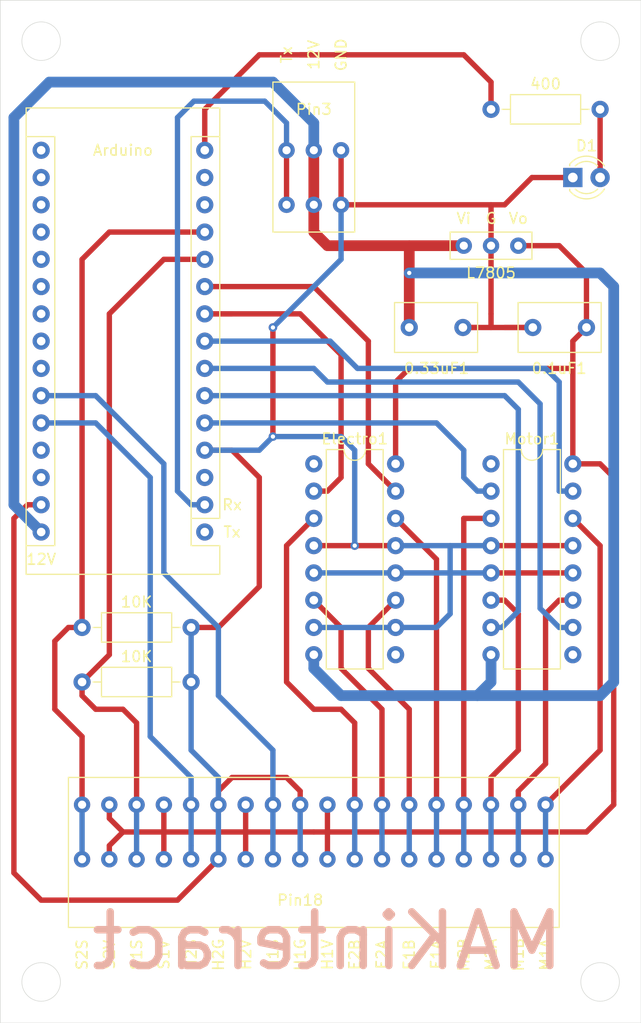
<source format=kicad_pcb>
(kicad_pcb (version 20171130) (host pcbnew "(5.1.2)-2")

  (general
    (thickness 1.6)
    (drawings 38)
    (tracks 240)
    (zones 0)
    (modules 12)
    (nets 44)
  )

  (page A4)
  (layers
    (0 F.Cu signal)
    (31 B.Cu signal)
    (32 B.Adhes user)
    (33 F.Adhes user)
    (34 B.Paste user)
    (35 F.Paste user)
    (36 B.SilkS user)
    (37 F.SilkS user)
    (38 B.Mask user)
    (39 F.Mask user)
    (40 Dwgs.User user)
    (41 Cmts.User user)
    (42 Eco1.User user)
    (43 Eco2.User user)
    (44 Edge.Cuts user)
    (45 Margin user)
    (46 B.CrtYd user)
    (47 F.CrtYd user)
    (48 B.Fab user)
    (49 F.Fab user)
  )

  (setup
    (last_trace_width 1)
    (user_trace_width 0.5)
    (user_trace_width 1)
    (trace_clearance 0.2)
    (zone_clearance 0.508)
    (zone_45_only no)
    (trace_min 0.2)
    (via_size 0.8)
    (via_drill 0.4)
    (via_min_size 0.4)
    (via_min_drill 0.3)
    (uvia_size 0.3)
    (uvia_drill 0.1)
    (uvias_allowed no)
    (uvia_min_size 0.2)
    (uvia_min_drill 0.1)
    (edge_width 0.05)
    (segment_width 0.2)
    (pcb_text_width 0.3)
    (pcb_text_size 1.5 1.5)
    (mod_edge_width 0.12)
    (mod_text_size 1 1)
    (mod_text_width 0.15)
    (pad_size 1.6 1.6)
    (pad_drill 0.8)
    (pad_to_mask_clearance 0.051)
    (solder_mask_min_width 0.25)
    (aux_axis_origin 0 0)
    (visible_elements 7FFFFFFF)
    (pcbplotparams
      (layerselection 0x030fc_ffffffff)
      (usegerberextensions false)
      (usegerberattributes false)
      (usegerberadvancedattributes false)
      (creategerberjobfile false)
      (excludeedgelayer true)
      (linewidth 0.100000)
      (plotframeref false)
      (viasonmask false)
      (mode 1)
      (useauxorigin false)
      (hpglpennumber 1)
      (hpglpenspeed 20)
      (hpglpendiameter 15.000000)
      (psnegative false)
      (psa4output false)
      (plotreference true)
      (plotvalue true)
      (plotinvisibletext false)
      (padsonsilk false)
      (subtractmaskfromsilk false)
      (outputformat 1)
      (mirror false)
      (drillshape 0)
      (scaleselection 1)
      (outputdirectory "output"))
  )

  (net 0 "")
  (net 1 GND)
  (net 2 +5V)
  (net 3 +12V)
  (net 4 "Net-(A1-Pad1)")
  (net 5 "Net-(A1-Pad17)")
  (net 6 Tx)
  (net 7 "Net-(A1-Pad18)")
  (net 8 "Net-(A1-Pad3)")
  (net 9 "Net-(A1-Pad19)")
  (net 10 "Net-(A1-Pad20)")
  (net 11 D2)
  (net 12 "Net-(A1-Pad21)")
  (net 13 D3)
  (net 14 "Net-(A1-Pad22)")
  (net 15 D4)
  (net 16 "Net-(A1-Pad23)")
  (net 17 D5)
  (net 18 "Net-(A1-Pad24)")
  (net 19 D6)
  (net 20 A6)
  (net 21 D7)
  (net 22 A7)
  (net 23 D8)
  (net 24 "Net-(A1-Pad27)")
  (net 25 D9)
  (net 26 "Net-(A1-Pad28)")
  (net 27 "Net-(A1-Pad13)")
  (net 28 "Net-(A1-Pad14)")
  (net 29 "Net-(A1-Pad15)")
  (net 30 "Net-(A1-Pad16)")
  (net 31 "Net-(D1-Pad2)")
  (net 32 "Net-(Electro1-Pad1)")
  (net 33 "Net-(Electro1-Pad9)")
  (net 34 E2B)
  (net 35 E1B)
  (net 36 E2A)
  (net 37 E1A)
  (net 38 M1A)
  (net 39 M2A)
  (net 40 M1B)
  (net 41 M2B)
  (net 42 "Net-(Motor1-Pad9)")
  (net 43 "Net-(Motor1-Pad1)")

  (net_class Default "This is the default net class."
    (clearance 0.2)
    (trace_width 0.25)
    (via_dia 0.8)
    (via_drill 0.4)
    (uvia_dia 0.3)
    (uvia_drill 0.1)
    (add_net +12V)
    (add_net +5V)
    (add_net A6)
    (add_net A7)
    (add_net D2)
    (add_net D3)
    (add_net D4)
    (add_net D5)
    (add_net D6)
    (add_net D7)
    (add_net D8)
    (add_net D9)
    (add_net E1A)
    (add_net E1B)
    (add_net E2A)
    (add_net E2B)
    (add_net GND)
    (add_net M1A)
    (add_net M1B)
    (add_net M2A)
    (add_net M2B)
    (add_net "Net-(A1-Pad1)")
    (add_net "Net-(A1-Pad13)")
    (add_net "Net-(A1-Pad14)")
    (add_net "Net-(A1-Pad15)")
    (add_net "Net-(A1-Pad16)")
    (add_net "Net-(A1-Pad17)")
    (add_net "Net-(A1-Pad18)")
    (add_net "Net-(A1-Pad19)")
    (add_net "Net-(A1-Pad20)")
    (add_net "Net-(A1-Pad21)")
    (add_net "Net-(A1-Pad22)")
    (add_net "Net-(A1-Pad23)")
    (add_net "Net-(A1-Pad24)")
    (add_net "Net-(A1-Pad27)")
    (add_net "Net-(A1-Pad28)")
    (add_net "Net-(A1-Pad3)")
    (add_net "Net-(D1-Pad2)")
    (add_net "Net-(Electro1-Pad1)")
    (add_net "Net-(Electro1-Pad9)")
    (add_net "Net-(Motor1-Pad1)")
    (add_net "Net-(Motor1-Pad9)")
    (add_net Tx)
  )

  (module Capacitor_THT:C_Disc_D7.5mm_W4.4mm_P5.00mm (layer F.Cu) (tedit 5AE50EF0) (tstamp 5E1C6435)
    (at 113.03 73.66 180)
    (descr "C, Disc series, Radial, pin pitch=5.00mm, , diameter*width=7.5*4.4mm^2, Capacitor")
    (tags "C Disc series Radial pin pitch 5.00mm  diameter 7.5mm width 4.4mm Capacitor")
    (path /5E19B91C)
    (fp_text reference 0.1uF1 (at 2.54 -3.81 180) (layer F.SilkS)
      (effects (font (size 1 1) (thickness 0.15)))
    )
    (fp_text value 0.1uF (at 2.5 3.45 180) (layer F.Fab)
      (effects (font (size 1 1) (thickness 0.15)))
    )
    (fp_text user %R (at 2.5 0 180) (layer F.Fab)
      (effects (font (size 1 1) (thickness 0.15)))
    )
    (fp_line (start 6.5 -2.45) (end -1.5 -2.45) (layer F.CrtYd) (width 0.05))
    (fp_line (start 6.5 2.45) (end 6.5 -2.45) (layer F.CrtYd) (width 0.05))
    (fp_line (start -1.5 2.45) (end 6.5 2.45) (layer F.CrtYd) (width 0.05))
    (fp_line (start -1.5 -2.45) (end -1.5 2.45) (layer F.CrtYd) (width 0.05))
    (fp_line (start 6.37 -2.321) (end 6.37 2.321) (layer F.SilkS) (width 0.12))
    (fp_line (start -1.37 -2.321) (end -1.37 2.321) (layer F.SilkS) (width 0.12))
    (fp_line (start -1.37 2.321) (end 6.37 2.321) (layer F.SilkS) (width 0.12))
    (fp_line (start -1.37 -2.321) (end 6.37 -2.321) (layer F.SilkS) (width 0.12))
    (fp_line (start 6.25 -2.2) (end -1.25 -2.2) (layer F.Fab) (width 0.1))
    (fp_line (start 6.25 2.2) (end 6.25 -2.2) (layer F.Fab) (width 0.1))
    (fp_line (start -1.25 2.2) (end 6.25 2.2) (layer F.Fab) (width 0.1))
    (fp_line (start -1.25 -2.2) (end -1.25 2.2) (layer F.Fab) (width 0.1))
    (pad 2 thru_hole circle (at 5 0 180) (size 1.6 1.6) (drill 0.8) (layers *.Cu *.Mask)
      (net 1 GND))
    (pad 1 thru_hole circle (at 0 0 180) (size 1.6 1.6) (drill 0.8) (layers *.Cu *.Mask)
      (net 2 +5V))
    (model ${KISYS3DMOD}/Capacitor_THT.3dshapes/C_Disc_D7.5mm_W4.4mm_P5.00mm.wrl
      (at (xyz 0 0 0))
      (scale (xyz 1 1 1))
      (rotate (xyz 0 0 0))
    )
  )

  (module Capacitor_THT:C_Disc_D7.5mm_W4.4mm_P5.00mm (layer F.Cu) (tedit 5AE50EF0) (tstamp 5E1C6448)
    (at 96.52 73.66)
    (descr "C, Disc series, Radial, pin pitch=5.00mm, , diameter*width=7.5*4.4mm^2, Capacitor")
    (tags "C Disc series Radial pin pitch 5.00mm  diameter 7.5mm width 4.4mm Capacitor")
    (path /5E19B17F)
    (fp_text reference 0.33uF1 (at 2.54 3.81) (layer F.SilkS)
      (effects (font (size 1 1) (thickness 0.15)))
    )
    (fp_text value 0.33uF (at 2.5 3.45) (layer F.Fab)
      (effects (font (size 1 1) (thickness 0.15)))
    )
    (fp_line (start -1.25 -2.2) (end -1.25 2.2) (layer F.Fab) (width 0.1))
    (fp_line (start -1.25 2.2) (end 6.25 2.2) (layer F.Fab) (width 0.1))
    (fp_line (start 6.25 2.2) (end 6.25 -2.2) (layer F.Fab) (width 0.1))
    (fp_line (start 6.25 -2.2) (end -1.25 -2.2) (layer F.Fab) (width 0.1))
    (fp_line (start -1.37 -2.321) (end 6.37 -2.321) (layer F.SilkS) (width 0.12))
    (fp_line (start -1.37 2.321) (end 6.37 2.321) (layer F.SilkS) (width 0.12))
    (fp_line (start -1.37 -2.321) (end -1.37 2.321) (layer F.SilkS) (width 0.12))
    (fp_line (start 6.37 -2.321) (end 6.37 2.321) (layer F.SilkS) (width 0.12))
    (fp_line (start -1.5 -2.45) (end -1.5 2.45) (layer F.CrtYd) (width 0.05))
    (fp_line (start -1.5 2.45) (end 6.5 2.45) (layer F.CrtYd) (width 0.05))
    (fp_line (start 6.5 2.45) (end 6.5 -2.45) (layer F.CrtYd) (width 0.05))
    (fp_line (start 6.5 -2.45) (end -1.5 -2.45) (layer F.CrtYd) (width 0.05))
    (fp_text user %R (at 2.5 0) (layer F.Fab)
      (effects (font (size 1 1) (thickness 0.15)))
    )
    (pad 1 thru_hole circle (at 0 0) (size 1.6 1.6) (drill 0.8) (layers *.Cu *.Mask)
      (net 3 +12V))
    (pad 2 thru_hole circle (at 5 0) (size 1.6 1.6) (drill 0.8) (layers *.Cu *.Mask)
      (net 1 GND))
    (model ${KISYS3DMOD}/Capacitor_THT.3dshapes/C_Disc_D7.5mm_W4.4mm_P5.00mm.wrl
      (at (xyz 0 0 0))
      (scale (xyz 1 1 1))
      (rotate (xyz 0 0 0))
    )
  )

  (module Module:Arduino_Nano (layer F.Cu) (tedit 5E1C34BB) (tstamp 5E1C6485)
    (at 77.47 92.71 180)
    (descr "Arduino Nano, http://www.mouser.com/pdfdocs/Gravitech_Arduino_Nano3_0.pdf")
    (tags "Arduino Nano")
    (path /5E1BF770)
    (fp_text reference Arduino (at 7.62 35.56 180) (layer F.SilkS)
      (effects (font (size 1 1) (thickness 0.15)))
    )
    (fp_text value Arduino_Nano_v3.x (at 8.89 19.05 270) (layer F.Fab)
      (effects (font (size 1 1) (thickness 0.15)))
    )
    (fp_text user %R (at 6.35 19.05 270) (layer F.Fab)
      (effects (font (size 1 1) (thickness 0.15)))
    )
    (fp_line (start 1.27 1.27) (end 1.27 -1.27) (layer F.SilkS) (width 0.12))
    (fp_line (start 1.27 -1.27) (end -1.4 -1.27) (layer F.SilkS) (width 0.12))
    (fp_line (start -1.4 1.27) (end -1.4 39.5) (layer F.SilkS) (width 0.12))
    (fp_line (start -1.4 -3.94) (end -1.4 -1.27) (layer F.SilkS) (width 0.12))
    (fp_line (start 13.97 -1.27) (end 16.64 -1.27) (layer F.SilkS) (width 0.12))
    (fp_line (start 13.97 -1.27) (end 13.97 36.83) (layer F.SilkS) (width 0.12))
    (fp_line (start 13.97 36.83) (end 16.64 36.83) (layer F.SilkS) (width 0.12))
    (fp_line (start 1.27 1.27) (end -1.4 1.27) (layer F.SilkS) (width 0.12))
    (fp_line (start 1.27 1.27) (end 1.27 36.83) (layer F.SilkS) (width 0.12))
    (fp_line (start 1.27 36.83) (end -1.4 36.83) (layer F.SilkS) (width 0.12))
    (fp_line (start 3.81 31.75) (end 11.43 31.75) (layer F.Fab) (width 0.1))
    (fp_line (start 11.43 31.75) (end 11.43 41.91) (layer F.Fab) (width 0.1))
    (fp_line (start 11.43 41.91) (end 3.81 41.91) (layer F.Fab) (width 0.1))
    (fp_line (start 3.81 41.91) (end 3.81 31.75) (layer F.Fab) (width 0.1))
    (fp_line (start -1.4 39.5) (end 16.64 39.5) (layer F.SilkS) (width 0.12))
    (fp_line (start 16.64 39.5) (end 16.64 -3.94) (layer F.SilkS) (width 0.12))
    (fp_line (start 16.64 -3.94) (end -1.4 -3.94) (layer F.SilkS) (width 0.12))
    (fp_line (start 16.51 39.37) (end -1.27 39.37) (layer F.Fab) (width 0.1))
    (fp_line (start -1.27 39.37) (end -1.27 -2.54) (layer F.Fab) (width 0.1))
    (fp_line (start -1.27 -2.54) (end 0 -3.81) (layer F.Fab) (width 0.1))
    (fp_line (start 0 -3.81) (end 16.51 -3.81) (layer F.Fab) (width 0.1))
    (fp_line (start 16.51 -3.81) (end 16.51 39.37) (layer F.Fab) (width 0.1))
    (fp_line (start -1.53 -4.06) (end 16.75 -4.06) (layer F.CrtYd) (width 0.05))
    (fp_line (start -1.53 -4.06) (end -1.53 42.16) (layer F.CrtYd) (width 0.05))
    (fp_line (start 16.75 42.16) (end 16.75 -4.06) (layer F.CrtYd) (width 0.05))
    (fp_line (start 16.75 42.16) (end -1.53 42.16) (layer F.CrtYd) (width 0.05))
    (pad 1 thru_hole circle (at 0 0 180) (size 1.6 1.6) (drill 0.8) (layers *.Cu *.Mask)
      (net 4 "Net-(A1-Pad1)"))
    (pad 17 thru_hole oval (at 15.24 33.02 180) (size 1.6 1.6) (drill 0.8) (layers *.Cu *.Mask)
      (net 5 "Net-(A1-Pad17)"))
    (pad 2 thru_hole oval (at 0 2.54 180) (size 1.6 1.6) (drill 0.8) (layers *.Cu *.Mask)
      (net 6 Tx))
    (pad 18 thru_hole oval (at 15.24 30.48 180) (size 1.6 1.6) (drill 0.8) (layers *.Cu *.Mask)
      (net 7 "Net-(A1-Pad18)"))
    (pad 3 thru_hole oval (at 0 5.08 180) (size 1.6 1.6) (drill 0.8) (layers *.Cu *.Mask)
      (net 8 "Net-(A1-Pad3)"))
    (pad 19 thru_hole oval (at 15.24 27.94 180) (size 1.6 1.6) (drill 0.8) (layers *.Cu *.Mask)
      (net 9 "Net-(A1-Pad19)"))
    (pad 4 thru_hole oval (at 0 7.62 180) (size 1.6 1.6) (drill 0.8) (layers *.Cu *.Mask)
      (net 1 GND))
    (pad 20 thru_hole oval (at 15.24 25.4 180) (size 1.6 1.6) (drill 0.8) (layers *.Cu *.Mask)
      (net 10 "Net-(A1-Pad20)"))
    (pad 5 thru_hole oval (at 0 10.16 180) (size 1.6 1.6) (drill 0.8) (layers *.Cu *.Mask)
      (net 11 D2))
    (pad 21 thru_hole oval (at 15.24 22.86 180) (size 1.6 1.6) (drill 0.8) (layers *.Cu *.Mask)
      (net 12 "Net-(A1-Pad21)"))
    (pad 6 thru_hole oval (at 0 12.7 180) (size 1.6 1.6) (drill 0.8) (layers *.Cu *.Mask)
      (net 13 D3))
    (pad 22 thru_hole oval (at 15.24 20.32 180) (size 1.6 1.6) (drill 0.8) (layers *.Cu *.Mask)
      (net 14 "Net-(A1-Pad22)"))
    (pad 7 thru_hole oval (at 0 15.24 180) (size 1.6 1.6) (drill 0.8) (layers *.Cu *.Mask)
      (net 15 D4))
    (pad 23 thru_hole oval (at 15.24 17.78 180) (size 1.6 1.6) (drill 0.8) (layers *.Cu *.Mask)
      (net 16 "Net-(A1-Pad23)"))
    (pad 8 thru_hole oval (at 0 17.78 180) (size 1.6 1.6) (drill 0.8) (layers *.Cu *.Mask)
      (net 17 D5))
    (pad 24 thru_hole oval (at 15.24 15.24 180) (size 1.6 1.6) (drill 0.8) (layers *.Cu *.Mask)
      (net 18 "Net-(A1-Pad24)"))
    (pad 9 thru_hole oval (at 0 20.32 180) (size 1.6 1.6) (drill 0.8) (layers *.Cu *.Mask)
      (net 19 D6))
    (pad 25 thru_hole oval (at 15.24 12.7 180) (size 1.6 1.6) (drill 0.8) (layers *.Cu *.Mask)
      (net 20 A6))
    (pad 10 thru_hole oval (at 0 22.86 180) (size 1.6 1.6) (drill 0.8) (layers *.Cu *.Mask)
      (net 21 D7))
    (pad 26 thru_hole oval (at 15.24 10.16 180) (size 1.6 1.6) (drill 0.8) (layers *.Cu *.Mask)
      (net 22 A7))
    (pad 11 thru_hole oval (at 0 25.4 180) (size 1.6 1.6) (drill 0.8) (layers *.Cu *.Mask)
      (net 23 D8))
    (pad 27 thru_hole oval (at 15.24 7.62 180) (size 1.6 1.6) (drill 0.8) (layers *.Cu *.Mask)
      (net 24 "Net-(A1-Pad27)"))
    (pad 12 thru_hole oval (at 0 27.94 180) (size 1.6 1.6) (drill 0.8) (layers *.Cu *.Mask)
      (net 25 D9))
    (pad 28 thru_hole oval (at 15.24 5.08 180) (size 1.6 1.6) (drill 0.8) (layers *.Cu *.Mask)
      (net 26 "Net-(A1-Pad28)"))
    (pad 13 thru_hole oval (at 0 30.48 180) (size 1.6 1.6) (drill 0.8) (layers *.Cu *.Mask)
      (net 27 "Net-(A1-Pad13)"))
    (pad 29 thru_hole oval (at 15.24 2.54 180) (size 1.6 1.6) (drill 0.8) (layers *.Cu *.Mask)
      (net 1 GND))
    (pad 14 thru_hole oval (at 0 33.02 180) (size 1.6 1.6) (drill 0.8) (layers *.Cu *.Mask)
      (net 28 "Net-(A1-Pad14)"))
    (pad 30 thru_hole oval (at 15.24 0 180) (size 1.6 1.6) (drill 0.8) (layers *.Cu *.Mask)
      (net 3 +12V))
    (pad 15 thru_hole oval (at 0 35.56 180) (size 1.6 1.6) (drill 0.8) (layers *.Cu *.Mask)
      (net 29 "Net-(A1-Pad15)"))
    (pad 16 thru_hole oval (at 15.24 35.56 180) (size 1.6 1.6) (drill 0.8) (layers *.Cu *.Mask)
      (net 30 "Net-(A1-Pad16)"))
    (model ${KISYS3DMOD}/Module.3dshapes/Arduino_Nano_WithMountingHoles.wrl
      (at (xyz 0 0 0))
      (scale (xyz 1 1 1))
      (rotate (xyz 0 0 0))
    )
  )

  (module LED_THT:LED_D3.0mm (layer F.Cu) (tedit 587A3A7B) (tstamp 5E1C6498)
    (at 111.76 59.69)
    (descr "LED, diameter 3.0mm, 2 pins")
    (tags "LED diameter 3.0mm 2 pins")
    (path /5E1FA36F)
    (fp_text reference D1 (at 1.27 -2.96) (layer F.SilkS)
      (effects (font (size 1 1) (thickness 0.15)))
    )
    (fp_text value LED (at 1.27 2.96) (layer F.Fab)
      (effects (font (size 1 1) (thickness 0.15)))
    )
    (fp_arc (start 1.27 0) (end -0.23 -1.16619) (angle 284.3) (layer F.Fab) (width 0.1))
    (fp_arc (start 1.27 0) (end -0.29 -1.235516) (angle 108.8) (layer F.SilkS) (width 0.12))
    (fp_arc (start 1.27 0) (end -0.29 1.235516) (angle -108.8) (layer F.SilkS) (width 0.12))
    (fp_arc (start 1.27 0) (end 0.229039 -1.08) (angle 87.9) (layer F.SilkS) (width 0.12))
    (fp_arc (start 1.27 0) (end 0.229039 1.08) (angle -87.9) (layer F.SilkS) (width 0.12))
    (fp_circle (center 1.27 0) (end 2.77 0) (layer F.Fab) (width 0.1))
    (fp_line (start -0.23 -1.16619) (end -0.23 1.16619) (layer F.Fab) (width 0.1))
    (fp_line (start -0.29 -1.236) (end -0.29 -1.08) (layer F.SilkS) (width 0.12))
    (fp_line (start -0.29 1.08) (end -0.29 1.236) (layer F.SilkS) (width 0.12))
    (fp_line (start -1.15 -2.25) (end -1.15 2.25) (layer F.CrtYd) (width 0.05))
    (fp_line (start -1.15 2.25) (end 3.7 2.25) (layer F.CrtYd) (width 0.05))
    (fp_line (start 3.7 2.25) (end 3.7 -2.25) (layer F.CrtYd) (width 0.05))
    (fp_line (start 3.7 -2.25) (end -1.15 -2.25) (layer F.CrtYd) (width 0.05))
    (pad 1 thru_hole rect (at 0 0) (size 1.8 1.8) (drill 0.9) (layers *.Cu *.Mask)
      (net 1 GND))
    (pad 2 thru_hole circle (at 2.54 0) (size 1.8 1.8) (drill 0.9) (layers *.Cu *.Mask)
      (net 31 "Net-(D1-Pad2)"))
    (model ${KISYS3DMOD}/LED_THT.3dshapes/LED_D3.0mm.wrl
      (at (xyz 0 0 0))
      (scale (xyz 1 1 1))
      (rotate (xyz 0 0 0))
    )
  )

  (module Package_DIP:DIP-16_W7.62mm (layer F.Cu) (tedit 5E1C34EC) (tstamp 5E1C64BC)
    (at 87.63 86.36)
    (descr "16-lead though-hole mounted DIP package, row spacing 7.62 mm (300 mils)")
    (tags "THT DIP DIL PDIP 2.54mm 7.62mm 300mil")
    (path /5E192E36)
    (fp_text reference Electro1 (at 3.81 -2.33 180) (layer F.SilkS)
      (effects (font (size 1 1) (thickness 0.15)))
    )
    (fp_text value L293D (at 3.81 20.11 180) (layer F.Fab)
      (effects (font (size 1 1) (thickness 0.15)))
    )
    (fp_arc (start 3.81 -1.33) (end 2.81 -1.33) (angle -180) (layer F.SilkS) (width 0.12))
    (fp_line (start 1.635 -1.27) (end 6.985 -1.27) (layer F.Fab) (width 0.1))
    (fp_line (start 6.985 -1.27) (end 6.985 19.05) (layer F.Fab) (width 0.1))
    (fp_line (start 6.985 19.05) (end 0.635 19.05) (layer F.Fab) (width 0.1))
    (fp_line (start 0.635 19.05) (end 0.635 -0.27) (layer F.Fab) (width 0.1))
    (fp_line (start 0.635 -0.27) (end 1.635 -1.27) (layer F.Fab) (width 0.1))
    (fp_line (start 2.81 -1.33) (end 1.16 -1.33) (layer F.SilkS) (width 0.12))
    (fp_line (start 1.16 -1.33) (end 1.16 19.11) (layer F.SilkS) (width 0.12))
    (fp_line (start 1.16 19.11) (end 6.46 19.11) (layer F.SilkS) (width 0.12))
    (fp_line (start 6.46 19.11) (end 6.46 -1.33) (layer F.SilkS) (width 0.12))
    (fp_line (start 6.46 -1.33) (end 4.81 -1.33) (layer F.SilkS) (width 0.12))
    (fp_line (start -1.1 -1.55) (end -1.1 19.3) (layer F.CrtYd) (width 0.05))
    (fp_line (start -1.1 19.3) (end 8.7 19.3) (layer F.CrtYd) (width 0.05))
    (fp_line (start 8.7 19.3) (end 8.7 -1.55) (layer F.CrtYd) (width 0.05))
    (fp_line (start 8.7 -1.55) (end -1.1 -1.55) (layer F.CrtYd) (width 0.05))
    (fp_text user %R (at 3.81 8.89 180) (layer F.Fab)
      (effects (font (size 1 1) (thickness 0.15)))
    )
    (pad 1 thru_hole circle (at 0 0) (size 1.6 1.6) (drill 0.8) (layers *.Cu *.Mask)
      (net 32 "Net-(Electro1-Pad1)"))
    (pad 9 thru_hole oval (at 7.62 17.78) (size 1.6 1.6) (drill 0.8) (layers *.Cu *.Mask)
      (net 33 "Net-(Electro1-Pad9)"))
    (pad 2 thru_hole oval (at 0 2.54) (size 1.6 1.6) (drill 0.8) (layers *.Cu *.Mask)
      (net 19 D6))
    (pad 10 thru_hole oval (at 7.62 15.24) (size 1.6 1.6) (drill 0.8) (layers *.Cu *.Mask)
      (net 1 GND))
    (pad 3 thru_hole oval (at 0 5.08) (size 1.6 1.6) (drill 0.8) (layers *.Cu *.Mask)
      (net 34 E2B))
    (pad 11 thru_hole oval (at 7.62 12.7) (size 1.6 1.6) (drill 0.8) (layers *.Cu *.Mask)
      (net 35 E1B))
    (pad 4 thru_hole oval (at 0 7.62) (size 1.6 1.6) (drill 0.8) (layers *.Cu *.Mask)
      (net 1 GND))
    (pad 12 thru_hole oval (at 7.62 10.16) (size 1.6 1.6) (drill 0.8) (layers *.Cu *.Mask)
      (net 1 GND))
    (pad 5 thru_hole oval (at 0 10.16) (size 1.6 1.6) (drill 0.8) (layers *.Cu *.Mask)
      (net 1 GND))
    (pad 13 thru_hole oval (at 7.62 7.62) (size 1.6 1.6) (drill 0.8) (layers *.Cu *.Mask)
      (net 1 GND))
    (pad 6 thru_hole oval (at 0 12.7) (size 1.6 1.6) (drill 0.8) (layers *.Cu *.Mask)
      (net 36 E2A))
    (pad 14 thru_hole oval (at 7.62 5.08) (size 1.6 1.6) (drill 0.8) (layers *.Cu *.Mask)
      (net 37 E1A))
    (pad 7 thru_hole oval (at 0 15.24) (size 1.6 1.6) (drill 0.8) (layers *.Cu *.Mask)
      (net 1 GND))
    (pad 15 thru_hole oval (at 7.62 2.54) (size 1.6 1.6) (drill 0.8) (layers *.Cu *.Mask)
      (net 21 D7))
    (pad 8 thru_hole oval (at 0 17.78) (size 1.6 1.6) (drill 0.8) (layers *.Cu *.Mask)
      (net 3 +12V))
    (pad 16 thru_hole oval (at 7.62 0) (size 1.6 1.6) (drill 0.8) (layers *.Cu *.Mask)
      (net 2 +5V))
    (model ${KISYS3DMOD}/Package_DIP.3dshapes/DIP-16_W7.62mm.wrl
      (at (xyz 0 0 0))
      (scale (xyz 1 1 1))
      (rotate (xyz 0 0 0))
    )
  )

  (module motorDriver_pcb:3pin_connector (layer F.Cu) (tedit 5E1C0F30) (tstamp 5E1C64CA)
    (at 87.63 62.23 180)
    (path /5E1AEFBB)
    (fp_text reference Pin3 (at 0 8.89) (layer F.SilkS)
      (effects (font (size 1 1) (thickness 0.15)))
    )
    (fp_text value Conn_01x03 (at 0 -5.08) (layer F.Fab)
      (effects (font (size 1 1) (thickness 0.15)))
    )
    (fp_line (start 3.81 -2.54) (end -3.81 -2.54) (layer F.SilkS) (width 0.12))
    (fp_line (start -3.81 -2.54) (end -3.81 11.43) (layer F.SilkS) (width 0.12))
    (fp_line (start -3.81 11.43) (end 3.81 11.43) (layer F.SilkS) (width 0.12))
    (fp_line (start 3.81 11.43) (end 3.81 -2.54) (layer F.SilkS) (width 0.12))
    (pad 1 thru_hole circle (at -2.54 0 180) (size 1.524 1.524) (drill 0.762) (layers *.Cu *.Mask)
      (net 1 GND))
    (pad 2 thru_hole circle (at 0 0 180) (size 1.524 1.524) (drill 0.762) (layers *.Cu *.Mask)
      (net 3 +12V))
    (pad 3 thru_hole circle (at 2.54 0 180) (size 1.524 1.524) (drill 0.762) (layers *.Cu *.Mask)
      (net 6 Tx))
    (pad 1 thru_hole circle (at -2.54 5.08 180) (size 1.524 1.524) (drill 0.762) (layers *.Cu *.Mask)
      (net 1 GND))
    (pad 2 thru_hole circle (at 0 5.08 180) (size 1.524 1.524) (drill 0.762) (layers *.Cu *.Mask)
      (net 3 +12V))
    (pad 3 thru_hole circle (at 2.54 5.08 180) (size 1.524 1.524) (drill 0.762) (layers *.Cu *.Mask)
      (net 6 Tx))
  )

  (module Package_DIP:DIP-16_W7.62mm (layer F.Cu) (tedit 5E1C34E7) (tstamp 5E1C64EE)
    (at 104.14 86.36)
    (descr "16-lead though-hole mounted DIP package, row spacing 7.62 mm (300 mils)")
    (tags "THT DIP DIL PDIP 2.54mm 7.62mm 300mil")
    (path /5E19369B)
    (fp_text reference Motor1 (at 3.81 -2.33 180) (layer F.SilkS)
      (effects (font (size 1 1) (thickness 0.15)))
    )
    (fp_text value L293D (at 3.81 20.11 180) (layer F.Fab)
      (effects (font (size 1 1) (thickness 0.15)))
    )
    (fp_text user %R (at 3.81 7.464999 180) (layer F.Fab)
      (effects (font (size 1 1) (thickness 0.15)))
    )
    (fp_line (start 8.7 -1.55) (end -1.1 -1.55) (layer F.CrtYd) (width 0.05))
    (fp_line (start 8.7 19.3) (end 8.7 -1.55) (layer F.CrtYd) (width 0.05))
    (fp_line (start -1.1 19.3) (end 8.7 19.3) (layer F.CrtYd) (width 0.05))
    (fp_line (start -1.1 -1.55) (end -1.1 19.3) (layer F.CrtYd) (width 0.05))
    (fp_line (start 6.46 -1.33) (end 4.81 -1.33) (layer F.SilkS) (width 0.12))
    (fp_line (start 6.46 19.11) (end 6.46 -1.33) (layer F.SilkS) (width 0.12))
    (fp_line (start 1.16 19.11) (end 6.46 19.11) (layer F.SilkS) (width 0.12))
    (fp_line (start 1.16 -1.33) (end 1.16 19.11) (layer F.SilkS) (width 0.12))
    (fp_line (start 2.81 -1.33) (end 1.16 -1.33) (layer F.SilkS) (width 0.12))
    (fp_line (start 0.635 -0.27) (end 1.635 -1.27) (layer F.Fab) (width 0.1))
    (fp_line (start 0.635 19.05) (end 0.635 -0.27) (layer F.Fab) (width 0.1))
    (fp_line (start 6.985 19.05) (end 0.635 19.05) (layer F.Fab) (width 0.1))
    (fp_line (start 6.985 -1.27) (end 6.985 19.05) (layer F.Fab) (width 0.1))
    (fp_line (start 1.635 -1.27) (end 6.985 -1.27) (layer F.Fab) (width 0.1))
    (fp_arc (start 3.81 -1.33) (end 2.81 -1.33) (angle -180) (layer F.SilkS) (width 0.12))
    (pad 16 thru_hole oval (at 7.62 0) (size 1.6 1.6) (drill 0.8) (layers *.Cu *.Mask)
      (net 2 +5V))
    (pad 8 thru_hole oval (at 0 17.78) (size 1.6 1.6) (drill 0.8) (layers *.Cu *.Mask)
      (net 3 +12V))
    (pad 15 thru_hole oval (at 7.62 2.54) (size 1.6 1.6) (drill 0.8) (layers *.Cu *.Mask)
      (net 17 D5))
    (pad 7 thru_hole oval (at 0 15.24) (size 1.6 1.6) (drill 0.8) (layers *.Cu *.Mask)
      (net 13 D3))
    (pad 14 thru_hole oval (at 7.62 5.08) (size 1.6 1.6) (drill 0.8) (layers *.Cu *.Mask)
      (net 38 M1A))
    (pad 6 thru_hole oval (at 0 12.7) (size 1.6 1.6) (drill 0.8) (layers *.Cu *.Mask)
      (net 39 M2A))
    (pad 13 thru_hole oval (at 7.62 7.62) (size 1.6 1.6) (drill 0.8) (layers *.Cu *.Mask)
      (net 1 GND))
    (pad 5 thru_hole oval (at 0 10.16) (size 1.6 1.6) (drill 0.8) (layers *.Cu *.Mask)
      (net 1 GND))
    (pad 12 thru_hole oval (at 7.62 10.16) (size 1.6 1.6) (drill 0.8) (layers *.Cu *.Mask)
      (net 1 GND))
    (pad 4 thru_hole oval (at 0 7.62) (size 1.6 1.6) (drill 0.8) (layers *.Cu *.Mask)
      (net 1 GND))
    (pad 11 thru_hole oval (at 7.62 12.7) (size 1.6 1.6) (drill 0.8) (layers *.Cu *.Mask)
      (net 40 M1B))
    (pad 3 thru_hole oval (at 0 5.08) (size 1.6 1.6) (drill 0.8) (layers *.Cu *.Mask)
      (net 41 M2B))
    (pad 10 thru_hole oval (at 7.62 15.24) (size 1.6 1.6) (drill 0.8) (layers *.Cu *.Mask)
      (net 15 D4))
    (pad 2 thru_hole oval (at 0 2.54) (size 1.6 1.6) (drill 0.8) (layers *.Cu *.Mask)
      (net 11 D2))
    (pad 9 thru_hole oval (at 7.62 17.78) (size 1.6 1.6) (drill 0.8) (layers *.Cu *.Mask)
      (net 42 "Net-(Motor1-Pad9)"))
    (pad 1 thru_hole circle (at 0 0) (size 1.6 1.6) (drill 0.8) (layers *.Cu *.Mask)
      (net 43 "Net-(Motor1-Pad1)"))
    (model ${KISYS3DMOD}/Package_DIP.3dshapes/DIP-16_W7.62mm.wrl
      (at (xyz 0 0 0))
      (scale (xyz 1 1 1))
      (rotate (xyz 0 0 0))
    )
  )

  (module Resistor_THT:R_Axial_DIN0207_L6.3mm_D2.5mm_P10.16mm_Horizontal (layer F.Cu) (tedit 5AE5139B) (tstamp 5E1C6505)
    (at 104.14 53.34)
    (descr "Resistor, Axial_DIN0207 series, Axial, Horizontal, pin pitch=10.16mm, 0.25W = 1/4W, length*diameter=6.3*2.5mm^2, http://cdn-reichelt.de/documents/datenblatt/B400/1_4W%23YAG.pdf")
    (tags "Resistor Axial_DIN0207 series Axial Horizontal pin pitch 10.16mm 0.25W = 1/4W length 6.3mm diameter 2.5mm")
    (path /5E1F9AAC)
    (fp_text reference 400 (at 5.08 -2.37) (layer F.SilkS)
      (effects (font (size 1 1) (thickness 0.15)))
    )
    (fp_text value 300 (at 5.08 2.37) (layer F.Fab)
      (effects (font (size 1 1) (thickness 0.15)))
    )
    (fp_line (start 1.93 -1.25) (end 1.93 1.25) (layer F.Fab) (width 0.1))
    (fp_line (start 1.93 1.25) (end 8.23 1.25) (layer F.Fab) (width 0.1))
    (fp_line (start 8.23 1.25) (end 8.23 -1.25) (layer F.Fab) (width 0.1))
    (fp_line (start 8.23 -1.25) (end 1.93 -1.25) (layer F.Fab) (width 0.1))
    (fp_line (start 0 0) (end 1.93 0) (layer F.Fab) (width 0.1))
    (fp_line (start 10.16 0) (end 8.23 0) (layer F.Fab) (width 0.1))
    (fp_line (start 1.81 -1.37) (end 1.81 1.37) (layer F.SilkS) (width 0.12))
    (fp_line (start 1.81 1.37) (end 8.35 1.37) (layer F.SilkS) (width 0.12))
    (fp_line (start 8.35 1.37) (end 8.35 -1.37) (layer F.SilkS) (width 0.12))
    (fp_line (start 8.35 -1.37) (end 1.81 -1.37) (layer F.SilkS) (width 0.12))
    (fp_line (start 1.04 0) (end 1.81 0) (layer F.SilkS) (width 0.12))
    (fp_line (start 9.12 0) (end 8.35 0) (layer F.SilkS) (width 0.12))
    (fp_line (start -1.05 -1.5) (end -1.05 1.5) (layer F.CrtYd) (width 0.05))
    (fp_line (start -1.05 1.5) (end 11.21 1.5) (layer F.CrtYd) (width 0.05))
    (fp_line (start 11.21 1.5) (end 11.21 -1.5) (layer F.CrtYd) (width 0.05))
    (fp_line (start 11.21 -1.5) (end -1.05 -1.5) (layer F.CrtYd) (width 0.05))
    (fp_text user %R (at 5.08 0) (layer F.Fab)
      (effects (font (size 1 1) (thickness 0.15)))
    )
    (pad 1 thru_hole circle (at 0 0) (size 1.6 1.6) (drill 0.8) (layers *.Cu *.Mask)
      (net 29 "Net-(A1-Pad15)"))
    (pad 2 thru_hole oval (at 10.16 0) (size 1.6 1.6) (drill 0.8) (layers *.Cu *.Mask)
      (net 31 "Net-(D1-Pad2)"))
    (model ${KISYS3DMOD}/Resistor_THT.3dshapes/R_Axial_DIN0207_L6.3mm_D2.5mm_P10.16mm_Horizontal.wrl
      (at (xyz 0 0 0))
      (scale (xyz 1 1 1))
      (rotate (xyz 0 0 0))
    )
  )

  (module Resistor_THT:R_Axial_DIN0207_L6.3mm_D2.5mm_P10.16mm_Horizontal (layer F.Cu) (tedit 5AE5139B) (tstamp 5E1C651C)
    (at 66.04 101.6)
    (descr "Resistor, Axial_DIN0207 series, Axial, Horizontal, pin pitch=10.16mm, 0.25W = 1/4W, length*diameter=6.3*2.5mm^2, http://cdn-reichelt.de/documents/datenblatt/B400/1_4W%23YAG.pdf")
    (tags "Resistor Axial_DIN0207 series Axial Horizontal pin pitch 10.16mm 0.25W = 1/4W length 6.3mm diameter 2.5mm")
    (path /5E1C70C1)
    (fp_text reference 10K (at 5.08 -2.37) (layer F.SilkS)
      (effects (font (size 1 1) (thickness 0.15)))
    )
    (fp_text value 10k (at 5.08 2.37) (layer F.Fab)
      (effects (font (size 1 1) (thickness 0.15)))
    )
    (fp_text user %R (at 5.08 0) (layer F.Fab)
      (effects (font (size 1 1) (thickness 0.15)))
    )
    (fp_line (start 11.21 -1.5) (end -1.05 -1.5) (layer F.CrtYd) (width 0.05))
    (fp_line (start 11.21 1.5) (end 11.21 -1.5) (layer F.CrtYd) (width 0.05))
    (fp_line (start -1.05 1.5) (end 11.21 1.5) (layer F.CrtYd) (width 0.05))
    (fp_line (start -1.05 -1.5) (end -1.05 1.5) (layer F.CrtYd) (width 0.05))
    (fp_line (start 9.12 0) (end 8.35 0) (layer F.SilkS) (width 0.12))
    (fp_line (start 1.04 0) (end 1.81 0) (layer F.SilkS) (width 0.12))
    (fp_line (start 8.35 -1.37) (end 1.81 -1.37) (layer F.SilkS) (width 0.12))
    (fp_line (start 8.35 1.37) (end 8.35 -1.37) (layer F.SilkS) (width 0.12))
    (fp_line (start 1.81 1.37) (end 8.35 1.37) (layer F.SilkS) (width 0.12))
    (fp_line (start 1.81 -1.37) (end 1.81 1.37) (layer F.SilkS) (width 0.12))
    (fp_line (start 10.16 0) (end 8.23 0) (layer F.Fab) (width 0.1))
    (fp_line (start 0 0) (end 1.93 0) (layer F.Fab) (width 0.1))
    (fp_line (start 8.23 -1.25) (end 1.93 -1.25) (layer F.Fab) (width 0.1))
    (fp_line (start 8.23 1.25) (end 8.23 -1.25) (layer F.Fab) (width 0.1))
    (fp_line (start 1.93 1.25) (end 8.23 1.25) (layer F.Fab) (width 0.1))
    (fp_line (start 1.93 -1.25) (end 1.93 1.25) (layer F.Fab) (width 0.1))
    (pad 2 thru_hole oval (at 10.16 0) (size 1.6 1.6) (drill 0.8) (layers *.Cu *.Mask)
      (net 1 GND))
    (pad 1 thru_hole circle (at 0 0) (size 1.6 1.6) (drill 0.8) (layers *.Cu *.Mask)
      (net 25 D9))
    (model ${KISYS3DMOD}/Resistor_THT.3dshapes/R_Axial_DIN0207_L6.3mm_D2.5mm_P10.16mm_Horizontal.wrl
      (at (xyz 0 0 0))
      (scale (xyz 1 1 1))
      (rotate (xyz 0 0 0))
    )
  )

  (module Resistor_THT:R_Axial_DIN0207_L6.3mm_D2.5mm_P10.16mm_Horizontal (layer F.Cu) (tedit 5AE5139B) (tstamp 5E1C6533)
    (at 66.04 106.68)
    (descr "Resistor, Axial_DIN0207 series, Axial, Horizontal, pin pitch=10.16mm, 0.25W = 1/4W, length*diameter=6.3*2.5mm^2, http://cdn-reichelt.de/documents/datenblatt/B400/1_4W%23YAG.pdf")
    (tags "Resistor Axial_DIN0207 series Axial Horizontal pin pitch 10.16mm 0.25W = 1/4W length 6.3mm diameter 2.5mm")
    (path /5E1C78B9)
    (fp_text reference 10K (at 5.08 -2.37) (layer F.SilkS)
      (effects (font (size 1 1) (thickness 0.15)))
    )
    (fp_text value 10k (at 5.08 2.37) (layer F.Fab)
      (effects (font (size 1 1) (thickness 0.15)))
    )
    (fp_line (start 1.93 -1.25) (end 1.93 1.25) (layer F.Fab) (width 0.1))
    (fp_line (start 1.93 1.25) (end 8.23 1.25) (layer F.Fab) (width 0.1))
    (fp_line (start 8.23 1.25) (end 8.23 -1.25) (layer F.Fab) (width 0.1))
    (fp_line (start 8.23 -1.25) (end 1.93 -1.25) (layer F.Fab) (width 0.1))
    (fp_line (start 0 0) (end 1.93 0) (layer F.Fab) (width 0.1))
    (fp_line (start 10.16 0) (end 8.23 0) (layer F.Fab) (width 0.1))
    (fp_line (start 1.81 -1.37) (end 1.81 1.37) (layer F.SilkS) (width 0.12))
    (fp_line (start 1.81 1.37) (end 8.35 1.37) (layer F.SilkS) (width 0.12))
    (fp_line (start 8.35 1.37) (end 8.35 -1.37) (layer F.SilkS) (width 0.12))
    (fp_line (start 8.35 -1.37) (end 1.81 -1.37) (layer F.SilkS) (width 0.12))
    (fp_line (start 1.04 0) (end 1.81 0) (layer F.SilkS) (width 0.12))
    (fp_line (start 9.12 0) (end 8.35 0) (layer F.SilkS) (width 0.12))
    (fp_line (start -1.05 -1.5) (end -1.05 1.5) (layer F.CrtYd) (width 0.05))
    (fp_line (start -1.05 1.5) (end 11.21 1.5) (layer F.CrtYd) (width 0.05))
    (fp_line (start 11.21 1.5) (end 11.21 -1.5) (layer F.CrtYd) (width 0.05))
    (fp_line (start 11.21 -1.5) (end -1.05 -1.5) (layer F.CrtYd) (width 0.05))
    (fp_text user %R (at 5.08 0) (layer F.Fab)
      (effects (font (size 1 1) (thickness 0.15)))
    )
    (pad 1 thru_hole circle (at 0 0) (size 1.6 1.6) (drill 0.8) (layers *.Cu *.Mask)
      (net 23 D8))
    (pad 2 thru_hole oval (at 10.16 0) (size 1.6 1.6) (drill 0.8) (layers *.Cu *.Mask)
      (net 1 GND))
    (model ${KISYS3DMOD}/Resistor_THT.3dshapes/R_Axial_DIN0207_L6.3mm_D2.5mm_P10.16mm_Horizontal.wrl
      (at (xyz 0 0 0))
      (scale (xyz 1 1 1))
      (rotate (xyz 0 0 0))
    )
  )

  (module motorDriver_pcb:Tip120 (layer F.Cu) (tedit 5E195FC1) (tstamp 5E1C653E)
    (at 104.14 66.04)
    (path /5E19898C)
    (fp_text reference L7805 (at 0 2.54) (layer F.SilkS)
      (effects (font (size 1 1) (thickness 0.15)))
    )
    (fp_text value L7805 (at 0 -3.81) (layer F.Fab) hide
      (effects (font (size 1 1) (thickness 0.15)))
    )
    (fp_line (start 3.81 -1.27) (end -3.81 -1.27) (layer F.SilkS) (width 0.12))
    (fp_line (start 3.81 1.27) (end 3.81 -1.27) (layer F.SilkS) (width 0.12))
    (fp_line (start -3.81 1.27) (end 3.81 1.27) (layer F.SilkS) (width 0.12))
    (fp_line (start -3.81 -1.27) (end -3.81 1.27) (layer F.SilkS) (width 0.12))
    (pad 3 thru_hole circle (at 2.54 0) (size 1.524 1.524) (drill 0.762) (layers *.Cu *.Mask)
      (net 2 +5V))
    (pad 2 thru_hole circle (at 0 0) (size 1.524 1.524) (drill 0.762) (layers *.Cu *.Mask)
      (net 1 GND))
    (pad 1 thru_hole circle (at -2.54 0) (size 1.524 1.524) (drill 0.762) (layers *.Cu *.Mask)
      (net 3 +12V))
  )

  (module motorDriver_pcb:pin_18 (layer F.Cu) (tedit 5E1C08D9) (tstamp 5E1C656A)
    (at 86.36 125.73)
    (path /5E1CF27B)
    (fp_text reference Pin18 (at 0 1.27) (layer F.SilkS)
      (effects (font (size 1 1) (thickness 0.15)))
    )
    (fp_text value pin_connector (at -3.81 -11.43) (layer F.Fab)
      (effects (font (size 1 1) (thickness 0.15)))
    )
    (fp_line (start 24.13 -10.16) (end 24.13 3.81) (layer F.SilkS) (width 0.12))
    (fp_line (start 24.13 3.81) (end -21.59 3.81) (layer F.SilkS) (width 0.12))
    (fp_line (start -21.59 3.81) (end -21.59 -10.16) (layer F.SilkS) (width 0.12))
    (fp_line (start -21.59 -10.16) (end 24.13 -10.16) (layer F.SilkS) (width 0.12))
    (pad 1 thru_hole circle (at 22.86 -7.62) (size 1.524 1.524) (drill 0.762) (layers *.Cu *.Mask)
      (net 38 M1A))
    (pad 2 thru_hole circle (at 20.32 -7.62) (size 1.524 1.524) (drill 0.762) (layers *.Cu *.Mask)
      (net 40 M1B))
    (pad 3 thru_hole circle (at 17.78 -7.62) (size 1.524 1.524) (drill 0.762) (layers *.Cu *.Mask)
      (net 39 M2A))
    (pad 4 thru_hole circle (at 15.24 -7.62) (size 1.524 1.524) (drill 0.762) (layers *.Cu *.Mask)
      (net 41 M2B))
    (pad 5 thru_hole circle (at 12.7 -7.62) (size 1.524 1.524) (drill 0.762) (layers *.Cu *.Mask)
      (net 37 E1A))
    (pad 6 thru_hole circle (at 10.16 -7.62) (size 1.524 1.524) (drill 0.762) (layers *.Cu *.Mask)
      (net 35 E1B))
    (pad 7 thru_hole circle (at 7.62 -7.62) (size 1.524 1.524) (drill 0.762) (layers *.Cu *.Mask)
      (net 36 E2A))
    (pad 8 thru_hole circle (at 5.08 -7.62) (size 1.524 1.524) (drill 0.762) (layers *.Cu *.Mask)
      (net 34 E2B))
    (pad 9 thru_hole circle (at 2.54 -7.62) (size 1.524 1.524) (drill 0.762) (layers *.Cu *.Mask)
      (net 2 +5V))
    (pad 10 thru_hole circle (at 0 -7.62) (size 1.524 1.524) (drill 0.762) (layers *.Cu *.Mask)
      (net 1 GND))
    (pad 11 thru_hole circle (at -2.54 -7.62) (size 1.524 1.524) (drill 0.762) (layers *.Cu *.Mask)
      (net 20 A6))
    (pad 12 thru_hole circle (at -5.08 -7.62) (size 1.524 1.524) (drill 0.762) (layers *.Cu *.Mask)
      (net 2 +5V))
    (pad 13 thru_hole circle (at -7.62 -7.62) (size 1.524 1.524) (drill 0.762) (layers *.Cu *.Mask)
      (net 1 GND))
    (pad 14 thru_hole circle (at -10.16 -7.62) (size 1.524 1.524) (drill 0.762) (layers *.Cu *.Mask)
      (net 22 A7))
    (pad 15 thru_hole circle (at -12.7 -7.62) (size 1.524 1.524) (drill 0.762) (layers *.Cu *.Mask)
      (net 2 +5V))
    (pad 16 thru_hole circle (at -15.24 -7.62) (size 1.524 1.524) (drill 0.762) (layers *.Cu *.Mask)
      (net 23 D8))
    (pad 17 thru_hole circle (at -17.78 -7.62) (size 1.524 1.524) (drill 0.762) (layers *.Cu *.Mask)
      (net 2 +5V))
    (pad 18 thru_hole circle (at -20.32 -7.62) (size 1.524 1.524) (drill 0.762) (layers *.Cu *.Mask)
      (net 25 D9))
    (pad 17 thru_hole circle (at -17.78 -2.54) (size 1.524 1.524) (drill 0.762) (layers *.Cu *.Mask)
      (net 2 +5V))
    (pad 16 thru_hole circle (at -15.24 -2.54) (size 1.524 1.524) (drill 0.762) (layers *.Cu *.Mask)
      (net 23 D8))
    (pad 18 thru_hole circle (at -20.32 -2.54) (size 1.524 1.524) (drill 0.762) (layers *.Cu *.Mask)
      (net 25 D9))
    (pad 12 thru_hole circle (at -5.08 -2.54) (size 1.524 1.524) (drill 0.762) (layers *.Cu *.Mask)
      (net 2 +5V))
    (pad 15 thru_hole circle (at -12.7 -2.54) (size 1.524 1.524) (drill 0.762) (layers *.Cu *.Mask)
      (net 2 +5V))
    (pad 14 thru_hole circle (at -10.16 -2.54) (size 1.524 1.524) (drill 0.762) (layers *.Cu *.Mask)
      (net 22 A7))
    (pad 13 thru_hole circle (at -7.62 -2.54) (size 1.524 1.524) (drill 0.762) (layers *.Cu *.Mask)
      (net 1 GND))
    (pad 10 thru_hole circle (at 0 -2.54) (size 1.524 1.524) (drill 0.762) (layers *.Cu *.Mask)
      (net 1 GND))
    (pad 9 thru_hole circle (at 2.54 -2.54) (size 1.524 1.524) (drill 0.762) (layers *.Cu *.Mask)
      (net 2 +5V))
    (pad 2 thru_hole circle (at 20.32 -2.54) (size 1.524 1.524) (drill 0.762) (layers *.Cu *.Mask)
      (net 40 M1B))
    (pad 8 thru_hole circle (at 5.08 -2.54) (size 1.524 1.524) (drill 0.762) (layers *.Cu *.Mask)
      (net 34 E2B))
    (pad 1 thru_hole circle (at 22.86 -2.54) (size 1.524 1.524) (drill 0.762) (layers *.Cu *.Mask)
      (net 38 M1A))
    (pad 4 thru_hole circle (at 15.24 -2.54) (size 1.524 1.524) (drill 0.762) (layers *.Cu *.Mask)
      (net 41 M2B))
    (pad 7 thru_hole circle (at 7.62 -2.54) (size 1.524 1.524) (drill 0.762) (layers *.Cu *.Mask)
      (net 36 E2A))
    (pad 5 thru_hole circle (at 12.7 -2.54) (size 1.524 1.524) (drill 0.762) (layers *.Cu *.Mask)
      (net 37 E1A))
    (pad 6 thru_hole circle (at 10.16 -2.54) (size 1.524 1.524) (drill 0.762) (layers *.Cu *.Mask)
      (net 35 E1B))
    (pad 3 thru_hole circle (at 17.78 -2.54) (size 1.524 1.524) (drill 0.762) (layers *.Cu *.Mask)
      (net 39 M2A))
    (pad 11 thru_hole circle (at -2.54 -2.54) (size 1.524 1.524) (drill 0.762) (layers *.Cu *.Mask)
      (net 20 A6))
  )

  (gr_text MAKinteract (at 88.9 130.81) (layer B.SilkS)
    (effects (font (size 5 5) (thickness 0.7)) (justify mirror))
  )
  (gr_text Rx (at 80.01 90.17) (layer F.SilkS)
    (effects (font (size 1 1) (thickness 0.15)))
  )
  (gr_text Tx (at 80.01 92.71) (layer F.SilkS)
    (effects (font (size 1 1) (thickness 0.15)))
  )
  (gr_text 12V (at 62.23 95.25) (layer F.SilkS)
    (effects (font (size 1 1) (thickness 0.15)))
  )
  (gr_text Vo (at 106.68 63.5) (layer F.SilkS)
    (effects (font (size 1 1) (thickness 0.15)))
  )
  (gr_text G (at 104.14 63.5) (layer F.SilkS)
    (effects (font (size 1 1) (thickness 0.15)))
  )
  (gr_text Vi (at 101.6 63.5) (layer F.SilkS)
    (effects (font (size 1 1) (thickness 0.15)))
  )
  (gr_circle (center 62.23 134.62) (end 60.96 133.35) (layer Edge.Cuts) (width 0.05))
  (gr_circle (center 114.3 134.62) (end 115.57 133.35) (layer Edge.Cuts) (width 0.05))
  (gr_circle (center 62.23 46.99) (end 63.5 45.72) (layer Edge.Cuts) (width 0.05))
  (gr_circle (center 114.3 46.99) (end 115.57 45.72) (layer Edge.Cuts) (width 0.05))
  (gr_text GND (at 90.17 48.26 90) (layer F.SilkS)
    (effects (font (size 1 1) (thickness 0.15)))
  )
  (gr_text 12V (at 87.63 48.26 90) (layer F.SilkS)
    (effects (font (size 1 1) (thickness 0.15)))
  )
  (gr_line (start 58.42 43.18) (end 58.42 49.53) (layer Edge.Cuts) (width 0.05) (tstamp 5E1C2C51))
  (gr_line (start 118.11 43.18) (end 58.42 43.18) (layer Edge.Cuts) (width 0.05))
  (gr_line (start 118.11 49.53) (end 118.11 43.18) (layer Edge.Cuts) (width 0.05))
  (gr_text Tx (at 85.09 48.26 90) (layer F.SilkS)
    (effects (font (size 1 1) (thickness 0.15)))
  )
  (gr_text S2S (at 66.04 132.08 90) (layer F.SilkS)
    (effects (font (size 1 1) (thickness 0.15)))
  )
  (gr_text S2V (at 68.58 132.08 90) (layer F.SilkS)
    (effects (font (size 1 1) (thickness 0.15)))
  )
  (gr_text S1S (at 71.12 132.08 90) (layer F.SilkS)
    (effects (font (size 1 1) (thickness 0.15)))
  )
  (gr_text S1V (at 73.66 132.08 90) (layer F.SilkS)
    (effects (font (size 1 1) (thickness 0.15)))
  )
  (gr_text H2S (at 76.2 132.08 90) (layer F.SilkS)
    (effects (font (size 1 1) (thickness 0.15)))
  )
  (gr_text H2G (at 78.74 132.08 90) (layer F.SilkS)
    (effects (font (size 1 1) (thickness 0.15)))
  )
  (gr_text H2V (at 81.28 132.08 90) (layer F.SilkS)
    (effects (font (size 1 1) (thickness 0.15)))
  )
  (gr_text H1S (at 83.82 132.08 90) (layer F.SilkS)
    (effects (font (size 1 1) (thickness 0.15)))
  )
  (gr_text H1G (at 86.36 132.08 90) (layer F.SilkS)
    (effects (font (size 1 1) (thickness 0.15)))
  )
  (gr_text H1V (at 88.9 132.08 90) (layer F.SilkS)
    (effects (font (size 1 1) (thickness 0.15)))
  )
  (gr_text E2B (at 91.44 132.08 90) (layer F.SilkS)
    (effects (font (size 1 1) (thickness 0.15)))
  )
  (gr_text E2A (at 93.98 132.08 90) (layer F.SilkS)
    (effects (font (size 1 1) (thickness 0.15)))
  )
  (gr_text E1B (at 96.52 132.08 90) (layer F.SilkS)
    (effects (font (size 1 1) (thickness 0.15)))
  )
  (gr_text E1A (at 99.06 132.08 90) (layer F.SilkS)
    (effects (font (size 1 1) (thickness 0.15)))
  )
  (gr_text M2B (at 101.6 132.08 90) (layer F.SilkS)
    (effects (font (size 1 1) (thickness 0.15)))
  )
  (gr_text M2A (at 104.14 132.08 90) (layer F.SilkS)
    (effects (font (size 1 1) (thickness 0.15)))
  )
  (gr_text M1B (at 106.68 132.08 90) (layer F.SilkS)
    (effects (font (size 1 1) (thickness 0.15)))
  )
  (gr_text M1A (at 109.22 132.08 90) (layer F.SilkS)
    (effects (font (size 1 1) (thickness 0.15)))
  )
  (gr_line (start 58.42 138.43) (end 58.42 49.53) (layer Edge.Cuts) (width 0.05) (tstamp 5E1C151C))
  (gr_line (start 118.11 138.43) (end 58.42 138.43) (layer Edge.Cuts) (width 0.05))
  (gr_line (start 118.11 49.53) (end 118.11 138.43) (layer Edge.Cuts) (width 0.05))

  (segment (start 104.14 72.39) (end 104.14 66.04) (width 0.5) (layer F.Cu) (net 1))
  (segment (start 105.41 73.66) (end 108.03 73.66) (width 0.5) (layer F.Cu) (net 1))
  (segment (start 86.36 116.84) (end 85.09 115.57) (width 0.5) (layer F.Cu) (net 1))
  (segment (start 86.36 118.11) (end 86.36 116.84) (width 0.5) (layer F.Cu) (net 1))
  (segment (start 78.74 116.84) (end 80.01 115.57) (width 0.5) (layer F.Cu) (net 1))
  (segment (start 78.74 118.11) (end 78.74 116.84) (width 0.5) (layer F.Cu) (net 1))
  (segment (start 80.01 115.57) (end 85.09 115.57) (width 0.5) (layer F.Cu) (net 1))
  (segment (start 104.14 96.52) (end 111.76 96.52) (width 0.5) (layer F.Cu) (net 1))
  (segment (start 104.14 93.98) (end 111.76 93.98) (width 0.5) (layer F.Cu) (net 1))
  (segment (start 87.63 93.98) (end 95.25 93.98) (width 0.5) (layer F.Cu) (net 1))
  (segment (start 76.2 106.68) (end 76.2 113.03) (width 0.5) (layer B.Cu) (net 1))
  (segment (start 76.2 113.03) (end 78.74 115.57) (width 0.5) (layer B.Cu) (net 1))
  (segment (start 78.74 115.57) (end 78.74 118.11) (width 0.5) (layer B.Cu) (net 1))
  (segment (start 87.63 101.6) (end 90.17 101.6) (width 0.5) (layer B.Cu) (net 1))
  (segment (start 90.17 101.6) (end 95.25 101.6) (width 0.5) (layer B.Cu) (net 1))
  (segment (start 104.14 63.5) (end 104.14 66.04) (width 0.5) (layer F.Cu) (net 1))
  (segment (start 77.47 85.09) (end 82.55 85.09) (width 0.5) (layer B.Cu) (net 1))
  (segment (start 82.55 85.09) (end 83.82 83.82) (width 0.5) (layer B.Cu) (net 1))
  (segment (start 83.82 83.82) (end 90.17 83.82) (width 0.5) (layer B.Cu) (net 1))
  (segment (start 90.17 83.82) (end 91.44 85.09) (width 0.5) (layer B.Cu) (net 1))
  (segment (start 91.44 85.09) (end 91.44 93.98) (width 0.5) (layer B.Cu) (net 1))
  (segment (start 91.44 93.98) (end 91.44 93.98) (width 0.5) (layer B.Cu) (net 1) (tstamp 5E1C2837))
  (via (at 91.44 93.98) (size 0.8) (drill 0.4) (layers F.Cu B.Cu) (net 1))
  (segment (start 95.25 101.6) (end 99.06 101.6) (width 0.5) (layer B.Cu) (net 1))
  (segment (start 100.33 96.52) (end 100.33 100.33) (width 0.5) (layer B.Cu) (net 1))
  (segment (start 101.6 96.52) (end 95.25 96.52) (width 0.5) (layer B.Cu) (net 1))
  (segment (start 104.14 96.52) (end 101.6 96.52) (width 0.5) (layer B.Cu) (net 1))
  (segment (start 87.63 96.52) (end 95.25 96.52) (width 0.5) (layer B.Cu) (net 1))
  (segment (start 100.33 96.52) (end 100.33 93.98) (width 0.5) (layer B.Cu) (net 1))
  (segment (start 104.14 93.98) (end 101.6 93.98) (width 0.5) (layer B.Cu) (net 1))
  (segment (start 101.6 93.98) (end 95.25 93.98) (width 0.5) (layer B.Cu) (net 1))
  (segment (start 76.2 101.6) (end 76.2 106.68) (width 0.5) (layer B.Cu) (net 1))
  (segment (start 78.74 118.11) (end 78.74 123.19) (width 0.5) (layer B.Cu) (net 1))
  (segment (start 86.36 118.11) (end 86.36 123.19) (width 0.5) (layer B.Cu) (net 1))
  (segment (start 74.93 127) (end 78.74 123.19) (width 0.5) (layer F.Cu) (net 1))
  (segment (start 62.23 127) (end 74.93 127) (width 0.5) (layer F.Cu) (net 1))
  (segment (start 59.69 124.46) (end 62.23 127) (width 0.5) (layer F.Cu) (net 1))
  (segment (start 59.69 91.44) (end 59.69 124.46) (width 0.5) (layer F.Cu) (net 1))
  (segment (start 62.23 90.17) (end 60.96 90.17) (width 0.5) (layer F.Cu) (net 1))
  (segment (start 60.96 90.17) (end 59.69 91.44) (width 0.5) (layer F.Cu) (net 1))
  (segment (start 101.52 73.66) (end 102.87 73.66) (width 0.5) (layer F.Cu) (net 1))
  (segment (start 90.17 57.15) (end 90.17 62.23) (width 0.5) (layer F.Cu) (net 1))
  (segment (start 90.17 62.23) (end 90.17 67.31) (width 0.5) (layer B.Cu) (net 1))
  (segment (start 90.17 67.31) (end 83.82 73.66) (width 0.5) (layer B.Cu) (net 1))
  (segment (start 83.82 73.66) (end 83.82 73.66) (width 0.5) (layer B.Cu) (net 1) (tstamp 5E1C2C0B))
  (via (at 83.82 73.66) (size 0.8) (drill 0.4) (layers F.Cu B.Cu) (net 1))
  (segment (start 83.82 83.82) (end 83.82 83.82) (width 0.5) (layer B.Cu) (net 1) (tstamp 5E1C2C0D))
  (via (at 83.82 83.82) (size 0.8) (drill 0.4) (layers F.Cu B.Cu) (net 1))
  (segment (start 83.82 73.66) (end 83.82 83.82) (width 0.5) (layer F.Cu) (net 1))
  (segment (start 77.47 85.09) (end 80.01 85.09) (width 0.5) (layer F.Cu) (net 1))
  (segment (start 80.01 85.09) (end 82.55 87.63) (width 0.5) (layer F.Cu) (net 1))
  (segment (start 76.2 101.6) (end 78.74 101.6) (width 0.5) (layer F.Cu) (net 1))
  (segment (start 78.74 101.6) (end 82.55 97.79) (width 0.5) (layer F.Cu) (net 1))
  (segment (start 82.55 97.79) (end 82.55 87.63) (width 0.5) (layer F.Cu) (net 1))
  (segment (start 107.95 59.69) (end 111.76 59.69) (width 0.5) (layer F.Cu) (net 1))
  (segment (start 90.17 62.23) (end 105.41 62.23) (width 0.5) (layer F.Cu) (net 1))
  (segment (start 105.41 62.23) (end 107.95 59.69) (width 0.5) (layer F.Cu) (net 1))
  (segment (start 104.14 63.5) (end 104.14 62.23) (width 0.5) (layer F.Cu) (net 1))
  (segment (start 101.52 73.66) (end 104.14 73.66) (width 0.5) (layer F.Cu) (net 1))
  (segment (start 104.14 72.39) (end 104.14 73.66) (width 0.5) (layer F.Cu) (net 1))
  (segment (start 104.14 73.66) (end 108.03 73.66) (width 0.5) (layer F.Cu) (net 1))
  (segment (start 99.06 101.6) (end 100.33 100.33) (width 0.5) (layer B.Cu) (net 1))
  (segment (start 73.66 120.65) (end 73.66 118.11) (width 0.5) (layer F.Cu) (net 2))
  (segment (start 73.66 120.65) (end 81.28 120.65) (width 0.5) (layer F.Cu) (net 2))
  (segment (start 81.28 120.65) (end 81.28 118.11) (width 0.5) (layer F.Cu) (net 2))
  (segment (start 113.03 68.58) (end 113.03 73.66) (width 0.5) (layer F.Cu) (net 2))
  (segment (start 106.68 66.04) (end 110.49 66.04) (width 0.5) (layer F.Cu) (net 2))
  (segment (start 110.49 66.04) (end 113.03 68.58) (width 0.5) (layer F.Cu) (net 2))
  (segment (start 68.58 118.11) (end 68.58 119.38) (width 0.5) (layer F.Cu) (net 2))
  (segment (start 69.85 120.65) (end 73.66 120.65) (width 0.5) (layer F.Cu) (net 2))
  (segment (start 68.58 119.38) (end 69.85 120.65) (width 0.5) (layer F.Cu) (net 2))
  (segment (start 81.28 120.65) (end 87.63 120.65) (width 0.5) (layer F.Cu) (net 2))
  (segment (start 111.76 74.93) (end 113.03 73.66) (width 0.5) (layer F.Cu) (net 2))
  (segment (start 111.76 86.36) (end 111.76 74.93) (width 0.5) (layer F.Cu) (net 2))
  (segment (start 95.25 86.36) (end 95.25 78.74) (width 0.5) (layer F.Cu) (net 2))
  (segment (start 95.25 78.74) (end 96.52 77.47) (width 0.5) (layer F.Cu) (net 2))
  (segment (start 96.52 77.47) (end 111.76 77.47) (width 0.5) (layer F.Cu) (net 2))
  (segment (start 87.63 120.65) (end 113.03 120.65) (width 0.5) (layer F.Cu) (net 2))
  (segment (start 113.03 120.65) (end 115.57 118.11) (width 0.5) (layer F.Cu) (net 2))
  (segment (start 115.57 116.84) (end 115.57 118.11) (width 0.5) (layer F.Cu) (net 2))
  (segment (start 115.57 87.63) (end 115.57 116.84) (width 0.5) (layer F.Cu) (net 2))
  (segment (start 111.76 86.36) (end 114.3 86.36) (width 0.5) (layer F.Cu) (net 2))
  (segment (start 114.3 86.36) (end 115.57 87.63) (width 0.5) (layer F.Cu) (net 2))
  (segment (start 68.58 123.19) (end 68.58 121.92) (width 0.5) (layer F.Cu) (net 2))
  (segment (start 68.58 121.92) (end 69.85 120.65) (width 0.5) (layer F.Cu) (net 2))
  (segment (start 73.66 123.19) (end 73.66 120.65) (width 0.5) (layer F.Cu) (net 2))
  (segment (start 81.28 123.19) (end 81.28 120.65) (width 0.5) (layer F.Cu) (net 2))
  (segment (start 88.9 118.11) (end 88.9 120.65) (width 0.5) (layer F.Cu) (net 2))
  (segment (start 88.9 123.19) (end 88.9 120.65) (width 0.5) (layer F.Cu) (net 2))
  (segment (start 101.6 66.04) (end 96.52 66.04) (width 0.5) (layer F.Cu) (net 3))
  (segment (start 96.52 66.04) (end 96.52 68.58) (width 0.5) (layer F.Cu) (net 3))
  (segment (start 93.98 66.04) (end 96.52 66.04) (width 0.5) (layer F.Cu) (net 3) (tstamp 5E1C2BFA))
  (segment (start 88.9 66.04) (end 93.98 66.04) (width 0.5) (layer F.Cu) (net 3))
  (segment (start 96.52 68.58) (end 96.52 73.66) (width 0.5) (layer F.Cu) (net 3) (tstamp 5E1C2C07))
  (via (at 96.52 68.58) (size 0.8) (drill 0.4) (layers F.Cu B.Cu) (net 3))
  (segment (start 62.992 50.8) (end 59.69 54.102) (width 1) (layer B.Cu) (net 3))
  (segment (start 83.82 50.8) (end 62.992 50.8) (width 1) (layer B.Cu) (net 3))
  (segment (start 87.63 57.15) (end 87.63 54.61) (width 1) (layer B.Cu) (net 3))
  (segment (start 87.63 54.61) (end 83.82 50.8) (width 1) (layer B.Cu) (net 3))
  (segment (start 59.69 90.17) (end 59.69 54.102) (width 1) (layer B.Cu) (net 3))
  (segment (start 62.23 92.71) (end 59.69 90.17) (width 1) (layer B.Cu) (net 3))
  (segment (start 87.63 104.14) (end 87.63 105.41) (width 1) (layer B.Cu) (net 3))
  (segment (start 90.17 107.95) (end 102.87 107.95) (width 1) (layer B.Cu) (net 3))
  (segment (start 87.63 105.41) (end 90.17 107.95) (width 1) (layer B.Cu) (net 3))
  (segment (start 104.14 106.68) (end 102.87 107.95) (width 1) (layer B.Cu) (net 3))
  (segment (start 104.14 104.14) (end 104.14 106.68) (width 1) (layer B.Cu) (net 3))
  (segment (start 114.3 107.95) (end 115.57 106.68) (width 1) (layer B.Cu) (net 3))
  (segment (start 102.87 107.95) (end 114.3 107.95) (width 1) (layer B.Cu) (net 3))
  (segment (start 96.52 68.58) (end 114.3 68.58) (width 1) (layer B.Cu) (net 3))
  (segment (start 114.3 68.58) (end 115.57 69.85) (width 1) (layer B.Cu) (net 3))
  (segment (start 115.57 106.68) (end 115.57 69.85) (width 1) (layer B.Cu) (net 3))
  (segment (start 87.63 57.15) (end 87.63 62.23) (width 1) (layer F.Cu) (net 3))
  (segment (start 87.63 62.23) (end 87.63 64.77) (width 1) (layer F.Cu) (net 3))
  (segment (start 87.63 64.77) (end 88.9 66.04) (width 1) (layer F.Cu) (net 3))
  (segment (start 88.9 66.04) (end 101.6 66.04) (width 1) (layer F.Cu) (net 3))
  (segment (start 96.52 66.04) (end 96.52 73.66) (width 1) (layer F.Cu) (net 3))
  (segment (start 85.09 57.15) (end 85.09 62.23) (width 0.5) (layer F.Cu) (net 6))
  (segment (start 83.058 52.578) (end 85.09 54.61) (width 0.5) (layer B.Cu) (net 6))
  (segment (start 76.2 90.17) (end 74.93 88.9) (width 0.5) (layer B.Cu) (net 6))
  (segment (start 85.09 54.61) (end 85.09 57.15) (width 0.5) (layer B.Cu) (net 6))
  (segment (start 77.47 90.17) (end 76.2 90.17) (width 0.5) (layer B.Cu) (net 6))
  (segment (start 74.93 88.9) (end 74.93 54.102) (width 0.5) (layer B.Cu) (net 6))
  (segment (start 74.93 54.102) (end 76.454 52.578) (width 0.5) (layer B.Cu) (net 6))
  (segment (start 76.454 52.578) (end 83.058 52.578) (width 0.5) (layer B.Cu) (net 6))
  (segment (start 102.87 88.9) (end 104.14 88.9) (width 0.5) (layer B.Cu) (net 11))
  (segment (start 101.6 87.63) (end 102.87 88.9) (width 0.5) (layer B.Cu) (net 11))
  (segment (start 101.6 85.09) (end 101.6 87.63) (width 0.5) (layer B.Cu) (net 11))
  (segment (start 77.47 82.55) (end 99.06 82.55) (width 0.5) (layer B.Cu) (net 11))
  (segment (start 99.06 82.55) (end 101.6 85.09) (width 0.5) (layer B.Cu) (net 11))
  (segment (start 106.68 100.076) (end 105.156 101.6) (width 0.5) (layer B.Cu) (net 13))
  (segment (start 106.68 81.28) (end 106.68 100.076) (width 0.5) (layer B.Cu) (net 13))
  (segment (start 105.156 101.6) (end 104.14 101.6) (width 0.5) (layer B.Cu) (net 13))
  (segment (start 77.47 80.01) (end 105.41 80.01) (width 0.5) (layer B.Cu) (net 13))
  (segment (start 105.41 80.01) (end 106.68 81.28) (width 0.5) (layer B.Cu) (net 13))
  (segment (start 87.63 77.47) (end 77.47 77.47) (width 0.5) (layer B.Cu) (net 15))
  (segment (start 88.9 78.74) (end 87.63 77.47) (width 0.5) (layer B.Cu) (net 15))
  (segment (start 110.49 101.6) (end 108.712 99.822) (width 0.5) (layer B.Cu) (net 15))
  (segment (start 106.68 78.74) (end 88.9 78.74) (width 0.5) (layer B.Cu) (net 15))
  (segment (start 111.76 101.6) (end 110.49 101.6) (width 0.5) (layer B.Cu) (net 15))
  (segment (start 108.712 80.772) (end 106.68 78.74) (width 0.5) (layer B.Cu) (net 15))
  (segment (start 108.712 99.822) (end 108.712 80.772) (width 0.5) (layer B.Cu) (net 15))
  (segment (start 110.49 88.9) (end 111.76 88.9) (width 0.5) (layer B.Cu) (net 17))
  (segment (start 89.154 74.93) (end 91.694 77.47) (width 0.5) (layer B.Cu) (net 17))
  (segment (start 91.694 77.47) (end 109.22 77.47) (width 0.5) (layer B.Cu) (net 17))
  (segment (start 109.22 77.47) (end 110.49 78.74) (width 0.5) (layer B.Cu) (net 17))
  (segment (start 77.47 74.93) (end 89.154 74.93) (width 0.5) (layer B.Cu) (net 17))
  (segment (start 110.49 78.74) (end 110.49 88.9) (width 0.5) (layer B.Cu) (net 17))
  (segment (start 77.47 72.39) (end 80.01 72.39) (width 0.5) (layer F.Cu) (net 19))
  (segment (start 88.9 88.9) (end 87.63 88.9) (width 0.5) (layer F.Cu) (net 19))
  (segment (start 90.17 87.63) (end 88.9 88.9) (width 0.5) (layer F.Cu) (net 19))
  (segment (start 90.17 76.2) (end 90.17 87.63) (width 0.5) (layer F.Cu) (net 19))
  (segment (start 77.47 72.39) (end 86.36 72.39) (width 0.5) (layer F.Cu) (net 19))
  (segment (start 86.36 72.39) (end 90.17 76.2) (width 0.5) (layer F.Cu) (net 19))
  (segment (start 83.82 118.11) (end 83.82 123.19) (width 0.5) (layer B.Cu) (net 20))
  (segment (start 83.82 113.03) (end 83.82 118.11) (width 0.5) (layer B.Cu) (net 20))
  (segment (start 62.23 80.01) (end 67.31 80.01) (width 0.5) (layer B.Cu) (net 20))
  (segment (start 73.66 86.36) (end 73.66 96.52) (width 0.5) (layer B.Cu) (net 20))
  (segment (start 73.66 96.52) (end 78.74 101.6) (width 0.5) (layer B.Cu) (net 20))
  (segment (start 67.31 80.01) (end 73.66 86.36) (width 0.5) (layer B.Cu) (net 20))
  (segment (start 78.74 101.6) (end 78.74 107.95) (width 0.5) (layer B.Cu) (net 20))
  (segment (start 78.74 107.95) (end 83.82 113.03) (width 0.5) (layer B.Cu) (net 20))
  (segment (start 77.47 69.85) (end 87.63 69.85) (width 0.5) (layer F.Cu) (net 21))
  (segment (start 87.63 69.85) (end 92.71 74.93) (width 0.5) (layer F.Cu) (net 21))
  (segment (start 92.71 86.36) (end 95.25 88.9) (width 0.5) (layer F.Cu) (net 21))
  (segment (start 92.71 74.93) (end 92.71 86.36) (width 0.5) (layer F.Cu) (net 21))
  (segment (start 76.2 118.11) (end 76.2 121.92) (width 0.5) (layer B.Cu) (net 22))
  (segment (start 76.2 121.92) (end 76.2 123.19) (width 0.5) (layer B.Cu) (net 22))
  (segment (start 63.5 82.55) (end 62.23 82.55) (width 0.5) (layer B.Cu) (net 22))
  (segment (start 67.31 82.55) (end 63.5 82.55) (width 0.5) (layer B.Cu) (net 22))
  (segment (start 72.39 87.63) (end 67.31 82.55) (width 0.5) (layer B.Cu) (net 22))
  (segment (start 72.39 111.76) (end 72.39 87.63) (width 0.5) (layer B.Cu) (net 22))
  (segment (start 76.2 115.57) (end 72.39 111.76) (width 0.5) (layer B.Cu) (net 22))
  (segment (start 76.2 118.11) (end 76.2 115.57) (width 0.5) (layer B.Cu) (net 22))
  (segment (start 71.12 110.49) (end 69.85 109.22) (width 0.5) (layer F.Cu) (net 23))
  (segment (start 71.12 118.11) (end 71.12 110.49) (width 0.5) (layer F.Cu) (net 23))
  (segment (start 66.04 106.68) (end 66.04 107.95) (width 0.5) (layer F.Cu) (net 23))
  (segment (start 66.04 107.95) (end 67.31 109.22) (width 0.5) (layer F.Cu) (net 23))
  (segment (start 69.85 109.22) (end 67.31 109.22) (width 0.5) (layer F.Cu) (net 23))
  (segment (start 71.12 118.11) (end 71.12 123.19) (width 0.5) (layer B.Cu) (net 23))
  (segment (start 73.66 67.31) (end 77.47 67.31) (width 0.5) (layer F.Cu) (net 23))
  (segment (start 68.58 72.39) (end 73.66 67.31) (width 0.5) (layer F.Cu) (net 23))
  (segment (start 66.04 106.68) (end 68.58 104.14) (width 0.5) (layer F.Cu) (net 23))
  (segment (start 68.58 104.14) (end 68.58 72.39) (width 0.5) (layer F.Cu) (net 23))
  (segment (start 66.04 118.11) (end 66.04 111.76) (width 0.5) (layer F.Cu) (net 25))
  (segment (start 63.5 109.22) (end 66.04 111.76) (width 0.5) (layer F.Cu) (net 25))
  (segment (start 63.5 102.87) (end 64.77 101.6) (width 0.5) (layer F.Cu) (net 25))
  (segment (start 64.77 101.6) (end 66.04 101.6) (width 0.5) (layer F.Cu) (net 25))
  (segment (start 63.5 109.22) (end 63.5 102.87) (width 0.5) (layer F.Cu) (net 25))
  (segment (start 66.04 118.11) (end 66.04 123.19) (width 0.5) (layer B.Cu) (net 25))
  (segment (start 77.47 64.77) (end 68.58 64.77) (width 0.5) (layer F.Cu) (net 25))
  (segment (start 66.04 67.31) (end 66.04 101.6) (width 0.5) (layer F.Cu) (net 25))
  (segment (start 68.58 64.77) (end 66.04 67.31) (width 0.5) (layer F.Cu) (net 25))
  (segment (start 104.14 50.8) (end 101.6 48.26) (width 0.5) (layer F.Cu) (net 29))
  (segment (start 77.47 57.15) (end 77.47 55.88) (width 0.5) (layer F.Cu) (net 29))
  (segment (start 104.14 50.8) (end 104.14 53.34) (width 0.5) (layer F.Cu) (net 29))
  (segment (start 77.47 57.15) (end 77.47 53.34) (width 0.5) (layer F.Cu) (net 29))
  (segment (start 82.55 48.26) (end 87.63 48.26) (width 0.5) (layer F.Cu) (net 29))
  (segment (start 77.47 53.34) (end 82.55 48.26) (width 0.5) (layer F.Cu) (net 29))
  (segment (start 101.6 48.26) (end 87.63 48.26) (width 0.5) (layer F.Cu) (net 29))
  (segment (start 87.63 48.26) (end 86.36 48.26) (width 0.5) (layer F.Cu) (net 29))
  (segment (start 114.3 53.34) (end 114.3 59.69) (width 0.5) (layer F.Cu) (net 31))
  (segment (start 91.44 118.11) (end 91.44 110.49) (width 0.5) (layer F.Cu) (net 34))
  (segment (start 91.44 110.49) (end 90.17 109.22) (width 0.5) (layer F.Cu) (net 34))
  (segment (start 90.17 109.22) (end 87.63 109.22) (width 0.5) (layer F.Cu) (net 34))
  (segment (start 87.63 109.22) (end 85.09 106.68) (width 0.5) (layer F.Cu) (net 34))
  (segment (start 85.09 93.98) (end 87.63 91.44) (width 0.5) (layer F.Cu) (net 34))
  (segment (start 85.09 106.68) (end 85.09 93.98) (width 0.5) (layer F.Cu) (net 34))
  (segment (start 91.44 118.11) (end 91.44 123.19) (width 0.5) (layer B.Cu) (net 34))
  (segment (start 92.71 101.6) (end 95.25 99.06) (width 0.5) (layer F.Cu) (net 35))
  (segment (start 92.71 105.41) (end 92.71 101.6) (width 0.5) (layer F.Cu) (net 35))
  (segment (start 96.52 118.11) (end 96.52 109.22) (width 0.5) (layer F.Cu) (net 35))
  (segment (start 96.52 109.22) (end 92.71 105.41) (width 0.5) (layer F.Cu) (net 35))
  (segment (start 96.52 118.11) (end 96.52 123.19) (width 0.5) (layer B.Cu) (net 35))
  (segment (start 93.98 118.11) (end 93.98 123.19) (width 0.5) (layer B.Cu) (net 36))
  (segment (start 93.98 109.22) (end 93.98 118.11) (width 0.5) (layer F.Cu) (net 36))
  (segment (start 87.63 99.06) (end 90.17 101.6) (width 0.5) (layer F.Cu) (net 36))
  (segment (start 90.17 105.41) (end 93.98 109.22) (width 0.5) (layer F.Cu) (net 36))
  (segment (start 90.17 101.6) (end 90.17 105.41) (width 0.5) (layer F.Cu) (net 36))
  (segment (start 99.06 118.11) (end 99.06 95.25) (width 0.5) (layer F.Cu) (net 37))
  (segment (start 99.06 95.25) (end 95.25 91.44) (width 0.5) (layer F.Cu) (net 37))
  (segment (start 99.06 118.11) (end 99.06 123.19) (width 0.5) (layer B.Cu) (net 37))
  (segment (start 109.22 118.11) (end 114.3 113.03) (width 0.5) (layer F.Cu) (net 38))
  (segment (start 114.3 93.98) (end 111.76 91.44) (width 0.5) (layer F.Cu) (net 38))
  (segment (start 114.3 113.03) (end 114.3 93.98) (width 0.5) (layer F.Cu) (net 38))
  (segment (start 109.22 118.11) (end 109.22 123.19) (width 0.5) (layer B.Cu) (net 38))
  (segment (start 104.14 115.57) (end 106.68 113.03) (width 0.5) (layer F.Cu) (net 39))
  (segment (start 104.14 118.11) (end 104.14 115.57) (width 0.5) (layer F.Cu) (net 39))
  (segment (start 105.41 99.06) (end 106.68 100.33) (width 0.5) (layer F.Cu) (net 39))
  (segment (start 104.14 99.06) (end 105.41 99.06) (width 0.5) (layer F.Cu) (net 39))
  (segment (start 106.68 113.03) (end 106.68 100.33) (width 0.5) (layer F.Cu) (net 39))
  (segment (start 104.14 118.11) (end 104.14 123.19) (width 0.5) (layer B.Cu) (net 39))
  (segment (start 110.49 99.06) (end 111.76 99.06) (width 0.5) (layer F.Cu) (net 40))
  (segment (start 109.22 100.33) (end 110.49 99.06) (width 0.5) (layer F.Cu) (net 40))
  (segment (start 109.22 114.3) (end 109.22 100.33) (width 0.5) (layer F.Cu) (net 40))
  (segment (start 106.68 118.11) (end 106.68 116.84) (width 0.5) (layer F.Cu) (net 40))
  (segment (start 106.68 116.84) (end 109.22 114.3) (width 0.5) (layer F.Cu) (net 40))
  (segment (start 106.68 118.11) (end 106.68 123.19) (width 0.5) (layer B.Cu) (net 40))
  (segment (start 101.6 118.11) (end 101.6 91.44) (width 0.5) (layer F.Cu) (net 41))
  (segment (start 101.6 91.44) (end 104.14 91.44) (width 0.5) (layer F.Cu) (net 41))
  (segment (start 101.6 118.11) (end 101.6 123.19) (width 0.5) (layer B.Cu) (net 41))

)

</source>
